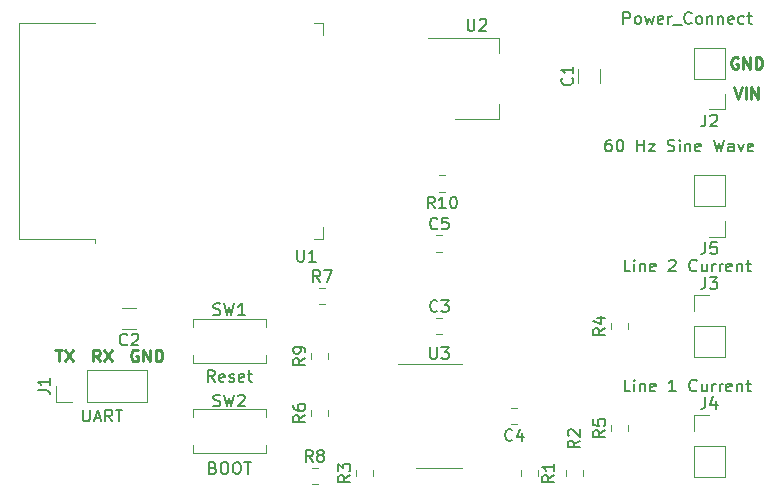
<source format=gbr>
G04 #@! TF.GenerationSoftware,KiCad,Pcbnew,(5.1.5)-3*
G04 #@! TF.CreationDate,2020-04-24T11:10:39-05:00*
G04 #@! TF.ProjectId,ESP32 Wroom energy meter,45535033-3220-4577-926f-6f6d20656e65,rev?*
G04 #@! TF.SameCoordinates,Original*
G04 #@! TF.FileFunction,Legend,Top*
G04 #@! TF.FilePolarity,Positive*
%FSLAX46Y46*%
G04 Gerber Fmt 4.6, Leading zero omitted, Abs format (unit mm)*
G04 Created by KiCad (PCBNEW (5.1.5)-3) date 2020-04-24 11:10:39*
%MOMM*%
%LPD*%
G04 APERTURE LIST*
%ADD10C,0.250000*%
%ADD11C,0.120000*%
%ADD12C,0.150000*%
G04 APERTURE END LIST*
D10*
X133818333Y-94432380D02*
X133485000Y-93956190D01*
X133246904Y-94432380D02*
X133246904Y-93432380D01*
X133627857Y-93432380D01*
X133723095Y-93480000D01*
X133770714Y-93527619D01*
X133818333Y-93622857D01*
X133818333Y-93765714D01*
X133770714Y-93860952D01*
X133723095Y-93908571D01*
X133627857Y-93956190D01*
X133246904Y-93956190D01*
X134151666Y-93432380D02*
X134818333Y-94432380D01*
X134818333Y-93432380D02*
X134151666Y-94432380D01*
X130048095Y-93432380D02*
X130619523Y-93432380D01*
X130333809Y-94432380D02*
X130333809Y-93432380D01*
X130857619Y-93432380D02*
X131524285Y-94432380D01*
X131524285Y-93432380D02*
X130857619Y-94432380D01*
X137033095Y-93480000D02*
X136937857Y-93432380D01*
X136795000Y-93432380D01*
X136652142Y-93480000D01*
X136556904Y-93575238D01*
X136509285Y-93670476D01*
X136461666Y-93860952D01*
X136461666Y-94003809D01*
X136509285Y-94194285D01*
X136556904Y-94289523D01*
X136652142Y-94384761D01*
X136795000Y-94432380D01*
X136890238Y-94432380D01*
X137033095Y-94384761D01*
X137080714Y-94337142D01*
X137080714Y-94003809D01*
X136890238Y-94003809D01*
X137509285Y-94432380D02*
X137509285Y-93432380D01*
X138080714Y-94432380D01*
X138080714Y-93432380D01*
X138556904Y-94432380D02*
X138556904Y-93432380D01*
X138795000Y-93432380D01*
X138937857Y-93480000D01*
X139033095Y-93575238D01*
X139080714Y-93670476D01*
X139128333Y-93860952D01*
X139128333Y-94003809D01*
X139080714Y-94194285D01*
X139033095Y-94289523D01*
X138937857Y-94384761D01*
X138795000Y-94432380D01*
X138556904Y-94432380D01*
X187499761Y-71207380D02*
X187833095Y-72207380D01*
X188166428Y-71207380D01*
X188499761Y-72207380D02*
X188499761Y-71207380D01*
X188975952Y-72207380D02*
X188975952Y-71207380D01*
X189547380Y-72207380D01*
X189547380Y-71207380D01*
X187833095Y-68715000D02*
X187737857Y-68667380D01*
X187595000Y-68667380D01*
X187452142Y-68715000D01*
X187356904Y-68810238D01*
X187309285Y-68905476D01*
X187261666Y-69095952D01*
X187261666Y-69238809D01*
X187309285Y-69429285D01*
X187356904Y-69524523D01*
X187452142Y-69619761D01*
X187595000Y-69667380D01*
X187690238Y-69667380D01*
X187833095Y-69619761D01*
X187880714Y-69572142D01*
X187880714Y-69238809D01*
X187690238Y-69238809D01*
X188309285Y-69667380D02*
X188309285Y-68667380D01*
X188880714Y-69667380D01*
X188880714Y-68667380D01*
X189356904Y-69667380D02*
X189356904Y-68667380D01*
X189595000Y-68667380D01*
X189737857Y-68715000D01*
X189833095Y-68810238D01*
X189880714Y-68905476D01*
X189928333Y-69095952D01*
X189928333Y-69238809D01*
X189880714Y-69429285D01*
X189833095Y-69524523D01*
X189737857Y-69619761D01*
X189595000Y-69667380D01*
X189356904Y-69667380D01*
D11*
X162560000Y-94625000D02*
X159110000Y-94625000D01*
X162560000Y-94625000D02*
X164510000Y-94625000D01*
X162560000Y-103495000D02*
X160610000Y-103495000D01*
X162560000Y-103495000D02*
X164510000Y-103495000D01*
X161635000Y-67075000D02*
X167645000Y-67075000D01*
X163885000Y-73895000D02*
X167645000Y-73895000D01*
X167645000Y-67075000D02*
X167645000Y-68335000D01*
X167645000Y-73895000D02*
X167645000Y-72635000D01*
X133430000Y-84050000D02*
X133430000Y-84430000D01*
X127010000Y-84050000D02*
X133430000Y-84050000D01*
X127010000Y-65810000D02*
X133430000Y-65810000D01*
X127010000Y-84050000D02*
X127010000Y-65810000D01*
X152755000Y-65810000D02*
X152755000Y-66810000D01*
X151975000Y-65810000D02*
X152755000Y-65810000D01*
X152755000Y-84050000D02*
X152755000Y-83050000D01*
X151975000Y-84050000D02*
X152755000Y-84050000D01*
X147880000Y-98480000D02*
X141680000Y-98480000D01*
X141680000Y-102180000D02*
X147880000Y-102180000D01*
X147880000Y-102180000D02*
X147880000Y-101530000D01*
X147880000Y-99130000D02*
X147880000Y-98480000D01*
X141680000Y-98480000D02*
X141680000Y-99130000D01*
X141680000Y-102180000D02*
X141680000Y-101530000D01*
X141680000Y-94560000D02*
X147880000Y-94560000D01*
X147880000Y-90860000D02*
X141680000Y-90860000D01*
X141680000Y-90860000D02*
X141680000Y-91510000D01*
X141680000Y-93910000D02*
X141680000Y-94560000D01*
X147880000Y-94560000D02*
X147880000Y-93910000D01*
X147880000Y-90860000D02*
X147880000Y-91510000D01*
X163066252Y-78665000D02*
X162543748Y-78665000D01*
X163066252Y-80085000D02*
X162543748Y-80085000D01*
X153110000Y-94241252D02*
X153110000Y-93718748D01*
X151690000Y-94241252D02*
X151690000Y-93718748D01*
X151748748Y-104850000D02*
X152271252Y-104850000D01*
X151748748Y-103430000D02*
X152271252Y-103430000D01*
X152383748Y-89610000D02*
X152906252Y-89610000D01*
X152383748Y-88190000D02*
X152906252Y-88190000D01*
X153110000Y-99076252D02*
X153110000Y-98553748D01*
X151690000Y-99076252D02*
X151690000Y-98553748D01*
X178510000Y-100346252D02*
X178510000Y-99823748D01*
X177090000Y-100346252D02*
X177090000Y-99823748D01*
X178510000Y-91701252D02*
X178510000Y-91178748D01*
X177090000Y-91701252D02*
X177090000Y-91178748D01*
X156920000Y-104156252D02*
X156920000Y-103633748D01*
X155500000Y-104156252D02*
X155500000Y-103633748D01*
X174700000Y-104156252D02*
X174700000Y-103633748D01*
X173280000Y-104156252D02*
X173280000Y-103633748D01*
X169470000Y-103633748D02*
X169470000Y-104156252D01*
X170890000Y-103633748D02*
X170890000Y-104156252D01*
X186750000Y-83880000D02*
X185420000Y-83880000D01*
X186750000Y-82550000D02*
X186750000Y-83880000D01*
X186750000Y-81280000D02*
X184090000Y-81280000D01*
X184090000Y-81280000D02*
X184090000Y-78680000D01*
X186750000Y-81280000D02*
X186750000Y-78680000D01*
X186750000Y-78680000D02*
X184090000Y-78680000D01*
X184090000Y-99000000D02*
X185420000Y-99000000D01*
X184090000Y-100330000D02*
X184090000Y-99000000D01*
X184090000Y-101600000D02*
X186750000Y-101600000D01*
X186750000Y-101600000D02*
X186750000Y-104200000D01*
X184090000Y-101600000D02*
X184090000Y-104200000D01*
X184090000Y-104200000D02*
X186750000Y-104200000D01*
X184090000Y-88840000D02*
X185420000Y-88840000D01*
X184090000Y-90170000D02*
X184090000Y-88840000D01*
X184090000Y-91440000D02*
X186750000Y-91440000D01*
X186750000Y-91440000D02*
X186750000Y-94040000D01*
X184090000Y-91440000D02*
X184090000Y-94040000D01*
X184090000Y-94040000D02*
X186750000Y-94040000D01*
X186750000Y-73085000D02*
X185420000Y-73085000D01*
X186750000Y-71755000D02*
X186750000Y-73085000D01*
X186750000Y-70485000D02*
X184090000Y-70485000D01*
X184090000Y-70485000D02*
X184090000Y-67885000D01*
X186750000Y-70485000D02*
X186750000Y-67885000D01*
X186750000Y-67885000D02*
X184090000Y-67885000D01*
X130115000Y-97850000D02*
X130115000Y-96520000D01*
X131445000Y-97850000D02*
X130115000Y-97850000D01*
X132715000Y-97850000D02*
X132715000Y-95190000D01*
X132715000Y-95190000D02*
X137855000Y-95190000D01*
X132715000Y-97850000D02*
X137855000Y-97850000D01*
X137855000Y-97850000D02*
X137855000Y-95190000D01*
X162298748Y-85165000D02*
X162821252Y-85165000D01*
X162298748Y-83745000D02*
X162821252Y-83745000D01*
X169171252Y-98350000D02*
X168648748Y-98350000D01*
X169171252Y-99770000D02*
X168648748Y-99770000D01*
X162298748Y-92150000D02*
X162821252Y-92150000D01*
X162298748Y-90730000D02*
X162821252Y-90730000D01*
X136910064Y-89895000D02*
X135705936Y-89895000D01*
X136910064Y-91715000D02*
X135705936Y-91715000D01*
X176170000Y-70869564D02*
X176170000Y-69665436D01*
X174350000Y-70869564D02*
X174350000Y-69665436D01*
D12*
X161798095Y-93232380D02*
X161798095Y-94041904D01*
X161845714Y-94137142D01*
X161893333Y-94184761D01*
X161988571Y-94232380D01*
X162179047Y-94232380D01*
X162274285Y-94184761D01*
X162321904Y-94137142D01*
X162369523Y-94041904D01*
X162369523Y-93232380D01*
X162750476Y-93232380D02*
X163369523Y-93232380D01*
X163036190Y-93613333D01*
X163179047Y-93613333D01*
X163274285Y-93660952D01*
X163321904Y-93708571D01*
X163369523Y-93803809D01*
X163369523Y-94041904D01*
X163321904Y-94137142D01*
X163274285Y-94184761D01*
X163179047Y-94232380D01*
X162893333Y-94232380D01*
X162798095Y-94184761D01*
X162750476Y-94137142D01*
X164973095Y-65437380D02*
X164973095Y-66246904D01*
X165020714Y-66342142D01*
X165068333Y-66389761D01*
X165163571Y-66437380D01*
X165354047Y-66437380D01*
X165449285Y-66389761D01*
X165496904Y-66342142D01*
X165544523Y-66246904D01*
X165544523Y-65437380D01*
X165973095Y-65532619D02*
X166020714Y-65485000D01*
X166115952Y-65437380D01*
X166354047Y-65437380D01*
X166449285Y-65485000D01*
X166496904Y-65532619D01*
X166544523Y-65627857D01*
X166544523Y-65723095D01*
X166496904Y-65865952D01*
X165925476Y-66437380D01*
X166544523Y-66437380D01*
X150543095Y-84992380D02*
X150543095Y-85801904D01*
X150590714Y-85897142D01*
X150638333Y-85944761D01*
X150733571Y-85992380D01*
X150924047Y-85992380D01*
X151019285Y-85944761D01*
X151066904Y-85897142D01*
X151114523Y-85801904D01*
X151114523Y-84992380D01*
X152114523Y-85992380D02*
X151543095Y-85992380D01*
X151828809Y-85992380D02*
X151828809Y-84992380D01*
X151733571Y-85135238D01*
X151638333Y-85230476D01*
X151543095Y-85278095D01*
X143446666Y-98194761D02*
X143589523Y-98242380D01*
X143827619Y-98242380D01*
X143922857Y-98194761D01*
X143970476Y-98147142D01*
X144018095Y-98051904D01*
X144018095Y-97956666D01*
X143970476Y-97861428D01*
X143922857Y-97813809D01*
X143827619Y-97766190D01*
X143637142Y-97718571D01*
X143541904Y-97670952D01*
X143494285Y-97623333D01*
X143446666Y-97528095D01*
X143446666Y-97432857D01*
X143494285Y-97337619D01*
X143541904Y-97290000D01*
X143637142Y-97242380D01*
X143875238Y-97242380D01*
X144018095Y-97290000D01*
X144351428Y-97242380D02*
X144589523Y-98242380D01*
X144780000Y-97528095D01*
X144970476Y-98242380D01*
X145208571Y-97242380D01*
X145541904Y-97337619D02*
X145589523Y-97290000D01*
X145684761Y-97242380D01*
X145922857Y-97242380D01*
X146018095Y-97290000D01*
X146065714Y-97337619D01*
X146113333Y-97432857D01*
X146113333Y-97528095D01*
X146065714Y-97670952D01*
X145494285Y-98242380D01*
X146113333Y-98242380D01*
X143422857Y-103433571D02*
X143565714Y-103481190D01*
X143613333Y-103528809D01*
X143660952Y-103624047D01*
X143660952Y-103766904D01*
X143613333Y-103862142D01*
X143565714Y-103909761D01*
X143470476Y-103957380D01*
X143089523Y-103957380D01*
X143089523Y-102957380D01*
X143422857Y-102957380D01*
X143518095Y-103005000D01*
X143565714Y-103052619D01*
X143613333Y-103147857D01*
X143613333Y-103243095D01*
X143565714Y-103338333D01*
X143518095Y-103385952D01*
X143422857Y-103433571D01*
X143089523Y-103433571D01*
X144280000Y-102957380D02*
X144470476Y-102957380D01*
X144565714Y-103005000D01*
X144660952Y-103100238D01*
X144708571Y-103290714D01*
X144708571Y-103624047D01*
X144660952Y-103814523D01*
X144565714Y-103909761D01*
X144470476Y-103957380D01*
X144280000Y-103957380D01*
X144184761Y-103909761D01*
X144089523Y-103814523D01*
X144041904Y-103624047D01*
X144041904Y-103290714D01*
X144089523Y-103100238D01*
X144184761Y-103005000D01*
X144280000Y-102957380D01*
X145327619Y-102957380D02*
X145518095Y-102957380D01*
X145613333Y-103005000D01*
X145708571Y-103100238D01*
X145756190Y-103290714D01*
X145756190Y-103624047D01*
X145708571Y-103814523D01*
X145613333Y-103909761D01*
X145518095Y-103957380D01*
X145327619Y-103957380D01*
X145232380Y-103909761D01*
X145137142Y-103814523D01*
X145089523Y-103624047D01*
X145089523Y-103290714D01*
X145137142Y-103100238D01*
X145232380Y-103005000D01*
X145327619Y-102957380D01*
X146041904Y-102957380D02*
X146613333Y-102957380D01*
X146327619Y-103957380D02*
X146327619Y-102957380D01*
X143446666Y-90464761D02*
X143589523Y-90512380D01*
X143827619Y-90512380D01*
X143922857Y-90464761D01*
X143970476Y-90417142D01*
X144018095Y-90321904D01*
X144018095Y-90226666D01*
X143970476Y-90131428D01*
X143922857Y-90083809D01*
X143827619Y-90036190D01*
X143637142Y-89988571D01*
X143541904Y-89940952D01*
X143494285Y-89893333D01*
X143446666Y-89798095D01*
X143446666Y-89702857D01*
X143494285Y-89607619D01*
X143541904Y-89560000D01*
X143637142Y-89512380D01*
X143875238Y-89512380D01*
X144018095Y-89560000D01*
X144351428Y-89512380D02*
X144589523Y-90512380D01*
X144780000Y-89798095D01*
X144970476Y-90512380D01*
X145208571Y-89512380D01*
X146113333Y-90512380D02*
X145541904Y-90512380D01*
X145827619Y-90512380D02*
X145827619Y-89512380D01*
X145732380Y-89655238D01*
X145637142Y-89750476D01*
X145541904Y-89798095D01*
X143541904Y-96162380D02*
X143208571Y-95686190D01*
X142970476Y-96162380D02*
X142970476Y-95162380D01*
X143351428Y-95162380D01*
X143446666Y-95210000D01*
X143494285Y-95257619D01*
X143541904Y-95352857D01*
X143541904Y-95495714D01*
X143494285Y-95590952D01*
X143446666Y-95638571D01*
X143351428Y-95686190D01*
X142970476Y-95686190D01*
X144351428Y-96114761D02*
X144256190Y-96162380D01*
X144065714Y-96162380D01*
X143970476Y-96114761D01*
X143922857Y-96019523D01*
X143922857Y-95638571D01*
X143970476Y-95543333D01*
X144065714Y-95495714D01*
X144256190Y-95495714D01*
X144351428Y-95543333D01*
X144399047Y-95638571D01*
X144399047Y-95733809D01*
X143922857Y-95829047D01*
X144780000Y-96114761D02*
X144875238Y-96162380D01*
X145065714Y-96162380D01*
X145160952Y-96114761D01*
X145208571Y-96019523D01*
X145208571Y-95971904D01*
X145160952Y-95876666D01*
X145065714Y-95829047D01*
X144922857Y-95829047D01*
X144827619Y-95781428D01*
X144780000Y-95686190D01*
X144780000Y-95638571D01*
X144827619Y-95543333D01*
X144922857Y-95495714D01*
X145065714Y-95495714D01*
X145160952Y-95543333D01*
X146018095Y-96114761D02*
X145922857Y-96162380D01*
X145732380Y-96162380D01*
X145637142Y-96114761D01*
X145589523Y-96019523D01*
X145589523Y-95638571D01*
X145637142Y-95543333D01*
X145732380Y-95495714D01*
X145922857Y-95495714D01*
X146018095Y-95543333D01*
X146065714Y-95638571D01*
X146065714Y-95733809D01*
X145589523Y-95829047D01*
X146351428Y-95495714D02*
X146732380Y-95495714D01*
X146494285Y-95162380D02*
X146494285Y-96019523D01*
X146541904Y-96114761D01*
X146637142Y-96162380D01*
X146732380Y-96162380D01*
X162162142Y-81477380D02*
X161828809Y-81001190D01*
X161590714Y-81477380D02*
X161590714Y-80477380D01*
X161971666Y-80477380D01*
X162066904Y-80525000D01*
X162114523Y-80572619D01*
X162162142Y-80667857D01*
X162162142Y-80810714D01*
X162114523Y-80905952D01*
X162066904Y-80953571D01*
X161971666Y-81001190D01*
X161590714Y-81001190D01*
X163114523Y-81477380D02*
X162543095Y-81477380D01*
X162828809Y-81477380D02*
X162828809Y-80477380D01*
X162733571Y-80620238D01*
X162638333Y-80715476D01*
X162543095Y-80763095D01*
X163733571Y-80477380D02*
X163828809Y-80477380D01*
X163924047Y-80525000D01*
X163971666Y-80572619D01*
X164019285Y-80667857D01*
X164066904Y-80858333D01*
X164066904Y-81096428D01*
X164019285Y-81286904D01*
X163971666Y-81382142D01*
X163924047Y-81429761D01*
X163828809Y-81477380D01*
X163733571Y-81477380D01*
X163638333Y-81429761D01*
X163590714Y-81382142D01*
X163543095Y-81286904D01*
X163495476Y-81096428D01*
X163495476Y-80858333D01*
X163543095Y-80667857D01*
X163590714Y-80572619D01*
X163638333Y-80525000D01*
X163733571Y-80477380D01*
X151202380Y-94146666D02*
X150726190Y-94480000D01*
X151202380Y-94718095D02*
X150202380Y-94718095D01*
X150202380Y-94337142D01*
X150250000Y-94241904D01*
X150297619Y-94194285D01*
X150392857Y-94146666D01*
X150535714Y-94146666D01*
X150630952Y-94194285D01*
X150678571Y-94241904D01*
X150726190Y-94337142D01*
X150726190Y-94718095D01*
X151202380Y-93670476D02*
X151202380Y-93480000D01*
X151154761Y-93384761D01*
X151107142Y-93337142D01*
X150964285Y-93241904D01*
X150773809Y-93194285D01*
X150392857Y-93194285D01*
X150297619Y-93241904D01*
X150250000Y-93289523D01*
X150202380Y-93384761D01*
X150202380Y-93575238D01*
X150250000Y-93670476D01*
X150297619Y-93718095D01*
X150392857Y-93765714D01*
X150630952Y-93765714D01*
X150726190Y-93718095D01*
X150773809Y-93670476D01*
X150821428Y-93575238D01*
X150821428Y-93384761D01*
X150773809Y-93289523D01*
X150726190Y-93241904D01*
X150630952Y-93194285D01*
X151843333Y-102942380D02*
X151510000Y-102466190D01*
X151271904Y-102942380D02*
X151271904Y-101942380D01*
X151652857Y-101942380D01*
X151748095Y-101990000D01*
X151795714Y-102037619D01*
X151843333Y-102132857D01*
X151843333Y-102275714D01*
X151795714Y-102370952D01*
X151748095Y-102418571D01*
X151652857Y-102466190D01*
X151271904Y-102466190D01*
X152414761Y-102370952D02*
X152319523Y-102323333D01*
X152271904Y-102275714D01*
X152224285Y-102180476D01*
X152224285Y-102132857D01*
X152271904Y-102037619D01*
X152319523Y-101990000D01*
X152414761Y-101942380D01*
X152605238Y-101942380D01*
X152700476Y-101990000D01*
X152748095Y-102037619D01*
X152795714Y-102132857D01*
X152795714Y-102180476D01*
X152748095Y-102275714D01*
X152700476Y-102323333D01*
X152605238Y-102370952D01*
X152414761Y-102370952D01*
X152319523Y-102418571D01*
X152271904Y-102466190D01*
X152224285Y-102561428D01*
X152224285Y-102751904D01*
X152271904Y-102847142D01*
X152319523Y-102894761D01*
X152414761Y-102942380D01*
X152605238Y-102942380D01*
X152700476Y-102894761D01*
X152748095Y-102847142D01*
X152795714Y-102751904D01*
X152795714Y-102561428D01*
X152748095Y-102466190D01*
X152700476Y-102418571D01*
X152605238Y-102370952D01*
X152478333Y-87702380D02*
X152145000Y-87226190D01*
X151906904Y-87702380D02*
X151906904Y-86702380D01*
X152287857Y-86702380D01*
X152383095Y-86750000D01*
X152430714Y-86797619D01*
X152478333Y-86892857D01*
X152478333Y-87035714D01*
X152430714Y-87130952D01*
X152383095Y-87178571D01*
X152287857Y-87226190D01*
X151906904Y-87226190D01*
X152811666Y-86702380D02*
X153478333Y-86702380D01*
X153049761Y-87702380D01*
X151202380Y-98981666D02*
X150726190Y-99315000D01*
X151202380Y-99553095D02*
X150202380Y-99553095D01*
X150202380Y-99172142D01*
X150250000Y-99076904D01*
X150297619Y-99029285D01*
X150392857Y-98981666D01*
X150535714Y-98981666D01*
X150630952Y-99029285D01*
X150678571Y-99076904D01*
X150726190Y-99172142D01*
X150726190Y-99553095D01*
X150202380Y-98124523D02*
X150202380Y-98315000D01*
X150250000Y-98410238D01*
X150297619Y-98457857D01*
X150440476Y-98553095D01*
X150630952Y-98600714D01*
X151011904Y-98600714D01*
X151107142Y-98553095D01*
X151154761Y-98505476D01*
X151202380Y-98410238D01*
X151202380Y-98219761D01*
X151154761Y-98124523D01*
X151107142Y-98076904D01*
X151011904Y-98029285D01*
X150773809Y-98029285D01*
X150678571Y-98076904D01*
X150630952Y-98124523D01*
X150583333Y-98219761D01*
X150583333Y-98410238D01*
X150630952Y-98505476D01*
X150678571Y-98553095D01*
X150773809Y-98600714D01*
X176602380Y-100251666D02*
X176126190Y-100585000D01*
X176602380Y-100823095D02*
X175602380Y-100823095D01*
X175602380Y-100442142D01*
X175650000Y-100346904D01*
X175697619Y-100299285D01*
X175792857Y-100251666D01*
X175935714Y-100251666D01*
X176030952Y-100299285D01*
X176078571Y-100346904D01*
X176126190Y-100442142D01*
X176126190Y-100823095D01*
X175602380Y-99346904D02*
X175602380Y-99823095D01*
X176078571Y-99870714D01*
X176030952Y-99823095D01*
X175983333Y-99727857D01*
X175983333Y-99489761D01*
X176030952Y-99394523D01*
X176078571Y-99346904D01*
X176173809Y-99299285D01*
X176411904Y-99299285D01*
X176507142Y-99346904D01*
X176554761Y-99394523D01*
X176602380Y-99489761D01*
X176602380Y-99727857D01*
X176554761Y-99823095D01*
X176507142Y-99870714D01*
X176602380Y-91606666D02*
X176126190Y-91940000D01*
X176602380Y-92178095D02*
X175602380Y-92178095D01*
X175602380Y-91797142D01*
X175650000Y-91701904D01*
X175697619Y-91654285D01*
X175792857Y-91606666D01*
X175935714Y-91606666D01*
X176030952Y-91654285D01*
X176078571Y-91701904D01*
X176126190Y-91797142D01*
X176126190Y-92178095D01*
X175935714Y-90749523D02*
X176602380Y-90749523D01*
X175554761Y-90987619D02*
X176269047Y-91225714D01*
X176269047Y-90606666D01*
X155012380Y-104061666D02*
X154536190Y-104395000D01*
X155012380Y-104633095D02*
X154012380Y-104633095D01*
X154012380Y-104252142D01*
X154060000Y-104156904D01*
X154107619Y-104109285D01*
X154202857Y-104061666D01*
X154345714Y-104061666D01*
X154440952Y-104109285D01*
X154488571Y-104156904D01*
X154536190Y-104252142D01*
X154536190Y-104633095D01*
X154012380Y-103728333D02*
X154012380Y-103109285D01*
X154393333Y-103442619D01*
X154393333Y-103299761D01*
X154440952Y-103204523D01*
X154488571Y-103156904D01*
X154583809Y-103109285D01*
X154821904Y-103109285D01*
X154917142Y-103156904D01*
X154964761Y-103204523D01*
X155012380Y-103299761D01*
X155012380Y-103585476D01*
X154964761Y-103680714D01*
X154917142Y-103728333D01*
X174442380Y-101131666D02*
X173966190Y-101465000D01*
X174442380Y-101703095D02*
X173442380Y-101703095D01*
X173442380Y-101322142D01*
X173490000Y-101226904D01*
X173537619Y-101179285D01*
X173632857Y-101131666D01*
X173775714Y-101131666D01*
X173870952Y-101179285D01*
X173918571Y-101226904D01*
X173966190Y-101322142D01*
X173966190Y-101703095D01*
X173537619Y-100750714D02*
X173490000Y-100703095D01*
X173442380Y-100607857D01*
X173442380Y-100369761D01*
X173490000Y-100274523D01*
X173537619Y-100226904D01*
X173632857Y-100179285D01*
X173728095Y-100179285D01*
X173870952Y-100226904D01*
X174442380Y-100798333D01*
X174442380Y-100179285D01*
X172282380Y-104061666D02*
X171806190Y-104395000D01*
X172282380Y-104633095D02*
X171282380Y-104633095D01*
X171282380Y-104252142D01*
X171330000Y-104156904D01*
X171377619Y-104109285D01*
X171472857Y-104061666D01*
X171615714Y-104061666D01*
X171710952Y-104109285D01*
X171758571Y-104156904D01*
X171806190Y-104252142D01*
X171806190Y-104633095D01*
X172282380Y-103109285D02*
X172282380Y-103680714D01*
X172282380Y-103395000D02*
X171282380Y-103395000D01*
X171425238Y-103490238D01*
X171520476Y-103585476D01*
X171568095Y-103680714D01*
X185086666Y-84332380D02*
X185086666Y-85046666D01*
X185039047Y-85189523D01*
X184943809Y-85284761D01*
X184800952Y-85332380D01*
X184705714Y-85332380D01*
X186039047Y-84332380D02*
X185562857Y-84332380D01*
X185515238Y-84808571D01*
X185562857Y-84760952D01*
X185658095Y-84713333D01*
X185896190Y-84713333D01*
X185991428Y-84760952D01*
X186039047Y-84808571D01*
X186086666Y-84903809D01*
X186086666Y-85141904D01*
X186039047Y-85237142D01*
X185991428Y-85284761D01*
X185896190Y-85332380D01*
X185658095Y-85332380D01*
X185562857Y-85284761D01*
X185515238Y-85237142D01*
X177094285Y-75652380D02*
X176903809Y-75652380D01*
X176808571Y-75700000D01*
X176760952Y-75747619D01*
X176665714Y-75890476D01*
X176618095Y-76080952D01*
X176618095Y-76461904D01*
X176665714Y-76557142D01*
X176713333Y-76604761D01*
X176808571Y-76652380D01*
X176999047Y-76652380D01*
X177094285Y-76604761D01*
X177141904Y-76557142D01*
X177189523Y-76461904D01*
X177189523Y-76223809D01*
X177141904Y-76128571D01*
X177094285Y-76080952D01*
X176999047Y-76033333D01*
X176808571Y-76033333D01*
X176713333Y-76080952D01*
X176665714Y-76128571D01*
X176618095Y-76223809D01*
X177808571Y-75652380D02*
X177903809Y-75652380D01*
X177999047Y-75700000D01*
X178046666Y-75747619D01*
X178094285Y-75842857D01*
X178141904Y-76033333D01*
X178141904Y-76271428D01*
X178094285Y-76461904D01*
X178046666Y-76557142D01*
X177999047Y-76604761D01*
X177903809Y-76652380D01*
X177808571Y-76652380D01*
X177713333Y-76604761D01*
X177665714Y-76557142D01*
X177618095Y-76461904D01*
X177570476Y-76271428D01*
X177570476Y-76033333D01*
X177618095Y-75842857D01*
X177665714Y-75747619D01*
X177713333Y-75700000D01*
X177808571Y-75652380D01*
X179332380Y-76652380D02*
X179332380Y-75652380D01*
X179332380Y-76128571D02*
X179903809Y-76128571D01*
X179903809Y-76652380D02*
X179903809Y-75652380D01*
X180284761Y-75985714D02*
X180808571Y-75985714D01*
X180284761Y-76652380D01*
X180808571Y-76652380D01*
X181903809Y-76604761D02*
X182046666Y-76652380D01*
X182284761Y-76652380D01*
X182380000Y-76604761D01*
X182427619Y-76557142D01*
X182475238Y-76461904D01*
X182475238Y-76366666D01*
X182427619Y-76271428D01*
X182380000Y-76223809D01*
X182284761Y-76176190D01*
X182094285Y-76128571D01*
X181999047Y-76080952D01*
X181951428Y-76033333D01*
X181903809Y-75938095D01*
X181903809Y-75842857D01*
X181951428Y-75747619D01*
X181999047Y-75700000D01*
X182094285Y-75652380D01*
X182332380Y-75652380D01*
X182475238Y-75700000D01*
X182903809Y-76652380D02*
X182903809Y-75985714D01*
X182903809Y-75652380D02*
X182856190Y-75700000D01*
X182903809Y-75747619D01*
X182951428Y-75700000D01*
X182903809Y-75652380D01*
X182903809Y-75747619D01*
X183380000Y-75985714D02*
X183380000Y-76652380D01*
X183380000Y-76080952D02*
X183427619Y-76033333D01*
X183522857Y-75985714D01*
X183665714Y-75985714D01*
X183760952Y-76033333D01*
X183808571Y-76128571D01*
X183808571Y-76652380D01*
X184665714Y-76604761D02*
X184570476Y-76652380D01*
X184380000Y-76652380D01*
X184284761Y-76604761D01*
X184237142Y-76509523D01*
X184237142Y-76128571D01*
X184284761Y-76033333D01*
X184380000Y-75985714D01*
X184570476Y-75985714D01*
X184665714Y-76033333D01*
X184713333Y-76128571D01*
X184713333Y-76223809D01*
X184237142Y-76319047D01*
X185808571Y-75652380D02*
X186046666Y-76652380D01*
X186237142Y-75938095D01*
X186427619Y-76652380D01*
X186665714Y-75652380D01*
X187475238Y-76652380D02*
X187475238Y-76128571D01*
X187427619Y-76033333D01*
X187332380Y-75985714D01*
X187141904Y-75985714D01*
X187046666Y-76033333D01*
X187475238Y-76604761D02*
X187380000Y-76652380D01*
X187141904Y-76652380D01*
X187046666Y-76604761D01*
X186999047Y-76509523D01*
X186999047Y-76414285D01*
X187046666Y-76319047D01*
X187141904Y-76271428D01*
X187380000Y-76271428D01*
X187475238Y-76223809D01*
X187856190Y-75985714D02*
X188094285Y-76652380D01*
X188332380Y-75985714D01*
X189094285Y-76604761D02*
X188999047Y-76652380D01*
X188808571Y-76652380D01*
X188713333Y-76604761D01*
X188665714Y-76509523D01*
X188665714Y-76128571D01*
X188713333Y-76033333D01*
X188808571Y-75985714D01*
X188999047Y-75985714D01*
X189094285Y-76033333D01*
X189141904Y-76128571D01*
X189141904Y-76223809D01*
X188665714Y-76319047D01*
X185086666Y-97452380D02*
X185086666Y-98166666D01*
X185039047Y-98309523D01*
X184943809Y-98404761D01*
X184800952Y-98452380D01*
X184705714Y-98452380D01*
X185991428Y-97785714D02*
X185991428Y-98452380D01*
X185753333Y-97404761D02*
X185515238Y-98119047D01*
X186134285Y-98119047D01*
X178729285Y-96972380D02*
X178253095Y-96972380D01*
X178253095Y-95972380D01*
X179062619Y-96972380D02*
X179062619Y-96305714D01*
X179062619Y-95972380D02*
X179015000Y-96020000D01*
X179062619Y-96067619D01*
X179110238Y-96020000D01*
X179062619Y-95972380D01*
X179062619Y-96067619D01*
X179538809Y-96305714D02*
X179538809Y-96972380D01*
X179538809Y-96400952D02*
X179586428Y-96353333D01*
X179681666Y-96305714D01*
X179824523Y-96305714D01*
X179919761Y-96353333D01*
X179967380Y-96448571D01*
X179967380Y-96972380D01*
X180824523Y-96924761D02*
X180729285Y-96972380D01*
X180538809Y-96972380D01*
X180443571Y-96924761D01*
X180395952Y-96829523D01*
X180395952Y-96448571D01*
X180443571Y-96353333D01*
X180538809Y-96305714D01*
X180729285Y-96305714D01*
X180824523Y-96353333D01*
X180872142Y-96448571D01*
X180872142Y-96543809D01*
X180395952Y-96639047D01*
X182586428Y-96972380D02*
X182015000Y-96972380D01*
X182300714Y-96972380D02*
X182300714Y-95972380D01*
X182205476Y-96115238D01*
X182110238Y-96210476D01*
X182015000Y-96258095D01*
X184348333Y-96877142D02*
X184300714Y-96924761D01*
X184157857Y-96972380D01*
X184062619Y-96972380D01*
X183919761Y-96924761D01*
X183824523Y-96829523D01*
X183776904Y-96734285D01*
X183729285Y-96543809D01*
X183729285Y-96400952D01*
X183776904Y-96210476D01*
X183824523Y-96115238D01*
X183919761Y-96020000D01*
X184062619Y-95972380D01*
X184157857Y-95972380D01*
X184300714Y-96020000D01*
X184348333Y-96067619D01*
X185205476Y-96305714D02*
X185205476Y-96972380D01*
X184776904Y-96305714D02*
X184776904Y-96829523D01*
X184824523Y-96924761D01*
X184919761Y-96972380D01*
X185062619Y-96972380D01*
X185157857Y-96924761D01*
X185205476Y-96877142D01*
X185681666Y-96972380D02*
X185681666Y-96305714D01*
X185681666Y-96496190D02*
X185729285Y-96400952D01*
X185776904Y-96353333D01*
X185872142Y-96305714D01*
X185967380Y-96305714D01*
X186300714Y-96972380D02*
X186300714Y-96305714D01*
X186300714Y-96496190D02*
X186348333Y-96400952D01*
X186395952Y-96353333D01*
X186491190Y-96305714D01*
X186586428Y-96305714D01*
X187300714Y-96924761D02*
X187205476Y-96972380D01*
X187015000Y-96972380D01*
X186919761Y-96924761D01*
X186872142Y-96829523D01*
X186872142Y-96448571D01*
X186919761Y-96353333D01*
X187015000Y-96305714D01*
X187205476Y-96305714D01*
X187300714Y-96353333D01*
X187348333Y-96448571D01*
X187348333Y-96543809D01*
X186872142Y-96639047D01*
X187776904Y-96305714D02*
X187776904Y-96972380D01*
X187776904Y-96400952D02*
X187824523Y-96353333D01*
X187919761Y-96305714D01*
X188062619Y-96305714D01*
X188157857Y-96353333D01*
X188205476Y-96448571D01*
X188205476Y-96972380D01*
X188538809Y-96305714D02*
X188919761Y-96305714D01*
X188681666Y-95972380D02*
X188681666Y-96829523D01*
X188729285Y-96924761D01*
X188824523Y-96972380D01*
X188919761Y-96972380D01*
X185086666Y-87292380D02*
X185086666Y-88006666D01*
X185039047Y-88149523D01*
X184943809Y-88244761D01*
X184800952Y-88292380D01*
X184705714Y-88292380D01*
X185467619Y-87292380D02*
X186086666Y-87292380D01*
X185753333Y-87673333D01*
X185896190Y-87673333D01*
X185991428Y-87720952D01*
X186039047Y-87768571D01*
X186086666Y-87863809D01*
X186086666Y-88101904D01*
X186039047Y-88197142D01*
X185991428Y-88244761D01*
X185896190Y-88292380D01*
X185610476Y-88292380D01*
X185515238Y-88244761D01*
X185467619Y-88197142D01*
X178729285Y-86812380D02*
X178253095Y-86812380D01*
X178253095Y-85812380D01*
X179062619Y-86812380D02*
X179062619Y-86145714D01*
X179062619Y-85812380D02*
X179015000Y-85860000D01*
X179062619Y-85907619D01*
X179110238Y-85860000D01*
X179062619Y-85812380D01*
X179062619Y-85907619D01*
X179538809Y-86145714D02*
X179538809Y-86812380D01*
X179538809Y-86240952D02*
X179586428Y-86193333D01*
X179681666Y-86145714D01*
X179824523Y-86145714D01*
X179919761Y-86193333D01*
X179967380Y-86288571D01*
X179967380Y-86812380D01*
X180824523Y-86764761D02*
X180729285Y-86812380D01*
X180538809Y-86812380D01*
X180443571Y-86764761D01*
X180395952Y-86669523D01*
X180395952Y-86288571D01*
X180443571Y-86193333D01*
X180538809Y-86145714D01*
X180729285Y-86145714D01*
X180824523Y-86193333D01*
X180872142Y-86288571D01*
X180872142Y-86383809D01*
X180395952Y-86479047D01*
X182015000Y-85907619D02*
X182062619Y-85860000D01*
X182157857Y-85812380D01*
X182395952Y-85812380D01*
X182491190Y-85860000D01*
X182538809Y-85907619D01*
X182586428Y-86002857D01*
X182586428Y-86098095D01*
X182538809Y-86240952D01*
X181967380Y-86812380D01*
X182586428Y-86812380D01*
X184348333Y-86717142D02*
X184300714Y-86764761D01*
X184157857Y-86812380D01*
X184062619Y-86812380D01*
X183919761Y-86764761D01*
X183824523Y-86669523D01*
X183776904Y-86574285D01*
X183729285Y-86383809D01*
X183729285Y-86240952D01*
X183776904Y-86050476D01*
X183824523Y-85955238D01*
X183919761Y-85860000D01*
X184062619Y-85812380D01*
X184157857Y-85812380D01*
X184300714Y-85860000D01*
X184348333Y-85907619D01*
X185205476Y-86145714D02*
X185205476Y-86812380D01*
X184776904Y-86145714D02*
X184776904Y-86669523D01*
X184824523Y-86764761D01*
X184919761Y-86812380D01*
X185062619Y-86812380D01*
X185157857Y-86764761D01*
X185205476Y-86717142D01*
X185681666Y-86812380D02*
X185681666Y-86145714D01*
X185681666Y-86336190D02*
X185729285Y-86240952D01*
X185776904Y-86193333D01*
X185872142Y-86145714D01*
X185967380Y-86145714D01*
X186300714Y-86812380D02*
X186300714Y-86145714D01*
X186300714Y-86336190D02*
X186348333Y-86240952D01*
X186395952Y-86193333D01*
X186491190Y-86145714D01*
X186586428Y-86145714D01*
X187300714Y-86764761D02*
X187205476Y-86812380D01*
X187015000Y-86812380D01*
X186919761Y-86764761D01*
X186872142Y-86669523D01*
X186872142Y-86288571D01*
X186919761Y-86193333D01*
X187015000Y-86145714D01*
X187205476Y-86145714D01*
X187300714Y-86193333D01*
X187348333Y-86288571D01*
X187348333Y-86383809D01*
X186872142Y-86479047D01*
X187776904Y-86145714D02*
X187776904Y-86812380D01*
X187776904Y-86240952D02*
X187824523Y-86193333D01*
X187919761Y-86145714D01*
X188062619Y-86145714D01*
X188157857Y-86193333D01*
X188205476Y-86288571D01*
X188205476Y-86812380D01*
X188538809Y-86145714D02*
X188919761Y-86145714D01*
X188681666Y-85812380D02*
X188681666Y-86669523D01*
X188729285Y-86764761D01*
X188824523Y-86812380D01*
X188919761Y-86812380D01*
X185086666Y-73537380D02*
X185086666Y-74251666D01*
X185039047Y-74394523D01*
X184943809Y-74489761D01*
X184800952Y-74537380D01*
X184705714Y-74537380D01*
X185515238Y-73632619D02*
X185562857Y-73585000D01*
X185658095Y-73537380D01*
X185896190Y-73537380D01*
X185991428Y-73585000D01*
X186039047Y-73632619D01*
X186086666Y-73727857D01*
X186086666Y-73823095D01*
X186039047Y-73965952D01*
X185467619Y-74537380D01*
X186086666Y-74537380D01*
X178157857Y-65857380D02*
X178157857Y-64857380D01*
X178538809Y-64857380D01*
X178634047Y-64905000D01*
X178681666Y-64952619D01*
X178729285Y-65047857D01*
X178729285Y-65190714D01*
X178681666Y-65285952D01*
X178634047Y-65333571D01*
X178538809Y-65381190D01*
X178157857Y-65381190D01*
X179300714Y-65857380D02*
X179205476Y-65809761D01*
X179157857Y-65762142D01*
X179110238Y-65666904D01*
X179110238Y-65381190D01*
X179157857Y-65285952D01*
X179205476Y-65238333D01*
X179300714Y-65190714D01*
X179443571Y-65190714D01*
X179538809Y-65238333D01*
X179586428Y-65285952D01*
X179634047Y-65381190D01*
X179634047Y-65666904D01*
X179586428Y-65762142D01*
X179538809Y-65809761D01*
X179443571Y-65857380D01*
X179300714Y-65857380D01*
X179967380Y-65190714D02*
X180157857Y-65857380D01*
X180348333Y-65381190D01*
X180538809Y-65857380D01*
X180729285Y-65190714D01*
X181491190Y-65809761D02*
X181395952Y-65857380D01*
X181205476Y-65857380D01*
X181110238Y-65809761D01*
X181062619Y-65714523D01*
X181062619Y-65333571D01*
X181110238Y-65238333D01*
X181205476Y-65190714D01*
X181395952Y-65190714D01*
X181491190Y-65238333D01*
X181538809Y-65333571D01*
X181538809Y-65428809D01*
X181062619Y-65524047D01*
X181967380Y-65857380D02*
X181967380Y-65190714D01*
X181967380Y-65381190D02*
X182015000Y-65285952D01*
X182062619Y-65238333D01*
X182157857Y-65190714D01*
X182253095Y-65190714D01*
X182348333Y-65952619D02*
X183110238Y-65952619D01*
X183919761Y-65762142D02*
X183872142Y-65809761D01*
X183729285Y-65857380D01*
X183634047Y-65857380D01*
X183491190Y-65809761D01*
X183395952Y-65714523D01*
X183348333Y-65619285D01*
X183300714Y-65428809D01*
X183300714Y-65285952D01*
X183348333Y-65095476D01*
X183395952Y-65000238D01*
X183491190Y-64905000D01*
X183634047Y-64857380D01*
X183729285Y-64857380D01*
X183872142Y-64905000D01*
X183919761Y-64952619D01*
X184491190Y-65857380D02*
X184395952Y-65809761D01*
X184348333Y-65762142D01*
X184300714Y-65666904D01*
X184300714Y-65381190D01*
X184348333Y-65285952D01*
X184395952Y-65238333D01*
X184491190Y-65190714D01*
X184634047Y-65190714D01*
X184729285Y-65238333D01*
X184776904Y-65285952D01*
X184824523Y-65381190D01*
X184824523Y-65666904D01*
X184776904Y-65762142D01*
X184729285Y-65809761D01*
X184634047Y-65857380D01*
X184491190Y-65857380D01*
X185253095Y-65190714D02*
X185253095Y-65857380D01*
X185253095Y-65285952D02*
X185300714Y-65238333D01*
X185395952Y-65190714D01*
X185538809Y-65190714D01*
X185634047Y-65238333D01*
X185681666Y-65333571D01*
X185681666Y-65857380D01*
X186157857Y-65190714D02*
X186157857Y-65857380D01*
X186157857Y-65285952D02*
X186205476Y-65238333D01*
X186300714Y-65190714D01*
X186443571Y-65190714D01*
X186538809Y-65238333D01*
X186586428Y-65333571D01*
X186586428Y-65857380D01*
X187443571Y-65809761D02*
X187348333Y-65857380D01*
X187157857Y-65857380D01*
X187062619Y-65809761D01*
X187015000Y-65714523D01*
X187015000Y-65333571D01*
X187062619Y-65238333D01*
X187157857Y-65190714D01*
X187348333Y-65190714D01*
X187443571Y-65238333D01*
X187491190Y-65333571D01*
X187491190Y-65428809D01*
X187015000Y-65524047D01*
X188348333Y-65809761D02*
X188253095Y-65857380D01*
X188062619Y-65857380D01*
X187967380Y-65809761D01*
X187919761Y-65762142D01*
X187872142Y-65666904D01*
X187872142Y-65381190D01*
X187919761Y-65285952D01*
X187967380Y-65238333D01*
X188062619Y-65190714D01*
X188253095Y-65190714D01*
X188348333Y-65238333D01*
X188634047Y-65190714D02*
X189015000Y-65190714D01*
X188776904Y-64857380D02*
X188776904Y-65714523D01*
X188824523Y-65809761D01*
X188919761Y-65857380D01*
X189015000Y-65857380D01*
X128567380Y-96853333D02*
X129281666Y-96853333D01*
X129424523Y-96900952D01*
X129519761Y-96996190D01*
X129567380Y-97139047D01*
X129567380Y-97234285D01*
X129567380Y-95853333D02*
X129567380Y-96424761D01*
X129567380Y-96139047D02*
X128567380Y-96139047D01*
X128710238Y-96234285D01*
X128805476Y-96329523D01*
X128853095Y-96424761D01*
X132389761Y-98512380D02*
X132389761Y-99321904D01*
X132437380Y-99417142D01*
X132485000Y-99464761D01*
X132580238Y-99512380D01*
X132770714Y-99512380D01*
X132865952Y-99464761D01*
X132913571Y-99417142D01*
X132961190Y-99321904D01*
X132961190Y-98512380D01*
X133389761Y-99226666D02*
X133865952Y-99226666D01*
X133294523Y-99512380D02*
X133627857Y-98512380D01*
X133961190Y-99512380D01*
X134865952Y-99512380D02*
X134532619Y-99036190D01*
X134294523Y-99512380D02*
X134294523Y-98512380D01*
X134675476Y-98512380D01*
X134770714Y-98560000D01*
X134818333Y-98607619D01*
X134865952Y-98702857D01*
X134865952Y-98845714D01*
X134818333Y-98940952D01*
X134770714Y-98988571D01*
X134675476Y-99036190D01*
X134294523Y-99036190D01*
X135151666Y-98512380D02*
X135723095Y-98512380D01*
X135437380Y-99512380D02*
X135437380Y-98512380D01*
X162393333Y-83162142D02*
X162345714Y-83209761D01*
X162202857Y-83257380D01*
X162107619Y-83257380D01*
X161964761Y-83209761D01*
X161869523Y-83114523D01*
X161821904Y-83019285D01*
X161774285Y-82828809D01*
X161774285Y-82685952D01*
X161821904Y-82495476D01*
X161869523Y-82400238D01*
X161964761Y-82305000D01*
X162107619Y-82257380D01*
X162202857Y-82257380D01*
X162345714Y-82305000D01*
X162393333Y-82352619D01*
X163298095Y-82257380D02*
X162821904Y-82257380D01*
X162774285Y-82733571D01*
X162821904Y-82685952D01*
X162917142Y-82638333D01*
X163155238Y-82638333D01*
X163250476Y-82685952D01*
X163298095Y-82733571D01*
X163345714Y-82828809D01*
X163345714Y-83066904D01*
X163298095Y-83162142D01*
X163250476Y-83209761D01*
X163155238Y-83257380D01*
X162917142Y-83257380D01*
X162821904Y-83209761D01*
X162774285Y-83162142D01*
X168743333Y-101067142D02*
X168695714Y-101114761D01*
X168552857Y-101162380D01*
X168457619Y-101162380D01*
X168314761Y-101114761D01*
X168219523Y-101019523D01*
X168171904Y-100924285D01*
X168124285Y-100733809D01*
X168124285Y-100590952D01*
X168171904Y-100400476D01*
X168219523Y-100305238D01*
X168314761Y-100210000D01*
X168457619Y-100162380D01*
X168552857Y-100162380D01*
X168695714Y-100210000D01*
X168743333Y-100257619D01*
X169600476Y-100495714D02*
X169600476Y-101162380D01*
X169362380Y-100114761D02*
X169124285Y-100829047D01*
X169743333Y-100829047D01*
X162393333Y-90147142D02*
X162345714Y-90194761D01*
X162202857Y-90242380D01*
X162107619Y-90242380D01*
X161964761Y-90194761D01*
X161869523Y-90099523D01*
X161821904Y-90004285D01*
X161774285Y-89813809D01*
X161774285Y-89670952D01*
X161821904Y-89480476D01*
X161869523Y-89385238D01*
X161964761Y-89290000D01*
X162107619Y-89242380D01*
X162202857Y-89242380D01*
X162345714Y-89290000D01*
X162393333Y-89337619D01*
X162726666Y-89242380D02*
X163345714Y-89242380D01*
X163012380Y-89623333D01*
X163155238Y-89623333D01*
X163250476Y-89670952D01*
X163298095Y-89718571D01*
X163345714Y-89813809D01*
X163345714Y-90051904D01*
X163298095Y-90147142D01*
X163250476Y-90194761D01*
X163155238Y-90242380D01*
X162869523Y-90242380D01*
X162774285Y-90194761D01*
X162726666Y-90147142D01*
X136141333Y-92982142D02*
X136093714Y-93029761D01*
X135950857Y-93077380D01*
X135855619Y-93077380D01*
X135712761Y-93029761D01*
X135617523Y-92934523D01*
X135569904Y-92839285D01*
X135522285Y-92648809D01*
X135522285Y-92505952D01*
X135569904Y-92315476D01*
X135617523Y-92220238D01*
X135712761Y-92125000D01*
X135855619Y-92077380D01*
X135950857Y-92077380D01*
X136093714Y-92125000D01*
X136141333Y-92172619D01*
X136522285Y-92172619D02*
X136569904Y-92125000D01*
X136665142Y-92077380D01*
X136903238Y-92077380D01*
X136998476Y-92125000D01*
X137046095Y-92172619D01*
X137093714Y-92267857D01*
X137093714Y-92363095D01*
X137046095Y-92505952D01*
X136474666Y-93077380D01*
X137093714Y-93077380D01*
X173797142Y-70434166D02*
X173844761Y-70481785D01*
X173892380Y-70624642D01*
X173892380Y-70719880D01*
X173844761Y-70862738D01*
X173749523Y-70957976D01*
X173654285Y-71005595D01*
X173463809Y-71053214D01*
X173320952Y-71053214D01*
X173130476Y-71005595D01*
X173035238Y-70957976D01*
X172940000Y-70862738D01*
X172892380Y-70719880D01*
X172892380Y-70624642D01*
X172940000Y-70481785D01*
X172987619Y-70434166D01*
X173892380Y-69481785D02*
X173892380Y-70053214D01*
X173892380Y-69767500D02*
X172892380Y-69767500D01*
X173035238Y-69862738D01*
X173130476Y-69957976D01*
X173178095Y-70053214D01*
M02*

</source>
